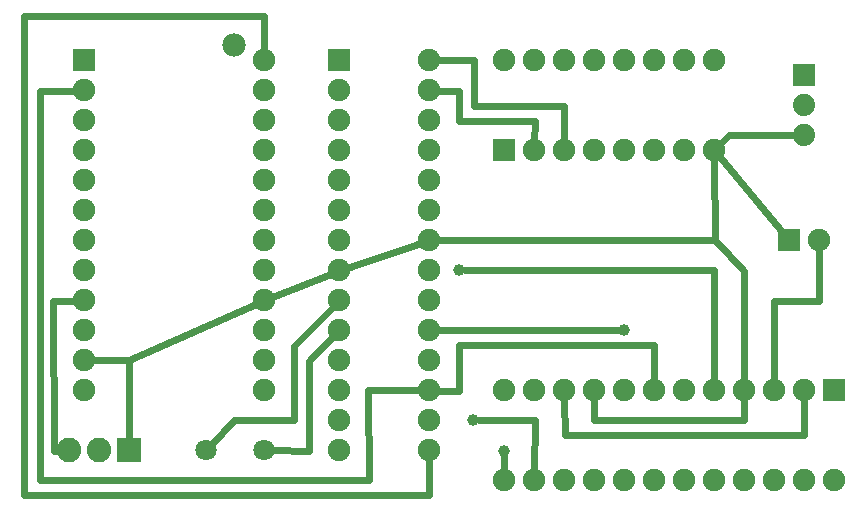
<source format=gtl>
G04 MADE WITH FRITZING*
G04 WWW.FRITZING.ORG*
G04 DOUBLE SIDED*
G04 HOLES PLATED*
G04 CONTOUR ON CENTER OF CONTOUR VECTOR*
%ASAXBY*%
%FSLAX23Y23*%
%MOIN*%
%OFA0B0*%
%SFA1.0B1.0*%
%ADD10C,0.074000*%
%ADD11C,0.075000*%
%ADD12C,0.039370*%
%ADD13C,0.082000*%
%ADD14C,0.070925*%
%ADD15C,0.070866*%
%ADD16C,0.078000*%
%ADD17R,0.075000X0.075000*%
%ADD18R,0.082000X0.082000*%
%ADD19C,0.024000*%
%ADD20R,0.001000X0.001000*%
%LNCOPPER1*%
G90*
G70*
G54D10*
X2633Y1418D03*
X2633Y1318D03*
X2633Y1218D03*
X2633Y1418D03*
X2633Y1318D03*
X2633Y1218D03*
G54D11*
X2583Y868D03*
X2683Y868D03*
G54D12*
X1531Y269D03*
X1633Y167D03*
X2033Y568D03*
X1483Y768D03*
G54D11*
X2733Y368D03*
X2733Y68D03*
X2633Y368D03*
X2633Y68D03*
X2533Y368D03*
X2533Y68D03*
X2433Y368D03*
X2433Y68D03*
X2333Y368D03*
X2333Y68D03*
X2233Y368D03*
X2233Y68D03*
X2133Y368D03*
X2133Y68D03*
X2033Y368D03*
X2033Y68D03*
X1933Y368D03*
X1933Y68D03*
X1833Y368D03*
X1833Y68D03*
X1733Y368D03*
X1733Y68D03*
X1633Y368D03*
X1633Y68D03*
X1083Y1468D03*
X1383Y1468D03*
X1083Y1368D03*
X1383Y1368D03*
X1083Y1268D03*
X1383Y1268D03*
X1083Y1168D03*
X1383Y1168D03*
X1083Y1068D03*
X1383Y1068D03*
X1083Y968D03*
X1383Y968D03*
X1083Y868D03*
X1383Y868D03*
X1083Y768D03*
X1383Y768D03*
X1083Y668D03*
X1383Y668D03*
X1083Y568D03*
X1383Y568D03*
X1083Y468D03*
X1383Y468D03*
X1083Y368D03*
X1383Y368D03*
X1083Y268D03*
X1383Y268D03*
X1083Y168D03*
X1383Y168D03*
X233Y1468D03*
X833Y1468D03*
X233Y1368D03*
X833Y1368D03*
X233Y1268D03*
X833Y1268D03*
X233Y1168D03*
X833Y1168D03*
X233Y1068D03*
X833Y1068D03*
X233Y968D03*
X833Y968D03*
X233Y868D03*
X833Y868D03*
X233Y768D03*
X833Y768D03*
X233Y668D03*
X833Y668D03*
X233Y568D03*
X833Y568D03*
X233Y468D03*
X833Y468D03*
X233Y368D03*
X833Y368D03*
G54D13*
X383Y168D03*
X283Y168D03*
X183Y168D03*
G54D14*
X640Y168D03*
G54D15*
X833Y168D03*
G54D11*
X1633Y1168D03*
X1633Y1468D03*
X1733Y1168D03*
X1733Y1468D03*
X1833Y1168D03*
X1833Y1468D03*
X1933Y1168D03*
X1933Y1468D03*
X2033Y1168D03*
X2033Y1468D03*
X2133Y1168D03*
X2133Y1468D03*
X2233Y1168D03*
X2233Y1468D03*
X2333Y1168D03*
X2333Y1468D03*
G54D16*
X733Y1518D03*
G54D17*
X2583Y868D03*
X2733Y368D03*
X1083Y1468D03*
X233Y1468D03*
G54D18*
X383Y168D03*
G54D17*
X1633Y1168D03*
G54D19*
X2533Y666D02*
X2533Y396D01*
D02*
X2682Y666D02*
X2533Y666D01*
D02*
X2683Y839D02*
X2682Y666D01*
D02*
X2352Y1146D02*
X2565Y890D01*
D02*
X2432Y268D02*
X2433Y339D01*
D02*
X2632Y220D02*
X1835Y220D01*
D02*
X1835Y220D02*
X1834Y339D01*
D02*
X2633Y339D02*
X2632Y220D01*
D02*
X1933Y268D02*
X2432Y268D01*
D02*
X1933Y339D02*
X1933Y268D01*
D02*
X2384Y1218D02*
X2602Y1218D01*
D02*
X2353Y1188D02*
X2384Y1218D01*
D02*
X2432Y767D02*
X2433Y396D01*
D02*
X2335Y869D02*
X2432Y767D01*
D02*
X2332Y769D02*
X2333Y396D01*
D02*
X1502Y768D02*
X2332Y769D01*
D02*
X1735Y269D02*
X1733Y96D01*
D02*
X1550Y269D02*
X1735Y269D01*
D02*
X1633Y148D02*
X1633Y96D01*
D02*
X1484Y366D02*
X1412Y367D01*
D02*
X1484Y519D02*
X1484Y366D01*
D02*
X2133Y519D02*
X1484Y519D01*
D02*
X2133Y396D02*
X2133Y519D01*
D02*
X1412Y568D02*
X2014Y568D01*
D02*
X1484Y1267D02*
X1735Y1267D01*
D02*
X1735Y1267D02*
X1734Y1196D01*
D02*
X1484Y1366D02*
X1484Y1267D01*
D02*
X1412Y1367D02*
X1484Y1366D01*
D02*
X1533Y1469D02*
X1533Y1317D01*
D02*
X1533Y1317D02*
X1833Y1317D01*
D02*
X1833Y1317D02*
X1833Y1196D01*
D02*
X1412Y1468D02*
X1533Y1469D01*
D02*
X205Y667D02*
X131Y666D01*
D02*
X383Y200D02*
X382Y468D01*
D02*
X860Y678D02*
X1057Y757D01*
D02*
X1382Y18D02*
X34Y18D01*
D02*
X1383Y139D02*
X1382Y18D01*
D02*
X34Y1617D02*
X833Y1616D01*
D02*
X34Y18D02*
X34Y1617D01*
D02*
X833Y1616D02*
X833Y1496D01*
D02*
X1181Y368D02*
X1183Y69D01*
D02*
X85Y69D02*
X85Y1367D01*
D02*
X1355Y368D02*
X1181Y368D01*
D02*
X85Y1367D02*
X205Y1367D01*
D02*
X1356Y859D02*
X1110Y777D01*
D02*
X262Y468D02*
X382Y468D01*
D02*
X933Y517D02*
X1063Y647D01*
D02*
X932Y268D02*
X933Y517D01*
D02*
X733Y268D02*
X932Y268D01*
D02*
X658Y187D02*
X733Y268D01*
D02*
X984Y167D02*
X982Y467D01*
D02*
X860Y168D02*
X984Y167D01*
D02*
X982Y467D02*
X1063Y548D01*
D02*
X1183Y69D02*
X85Y69D01*
D02*
X132Y167D02*
X151Y167D01*
D02*
X131Y666D02*
X132Y167D01*
D02*
X382Y468D02*
X262Y468D01*
D02*
X382Y468D02*
X807Y656D01*
D02*
X2335Y869D02*
X2333Y1139D01*
D02*
X1412Y868D02*
X2335Y869D01*
G54D20*
X2596Y1455D02*
X2669Y1455D01*
X2596Y1454D02*
X2669Y1454D01*
X2596Y1453D02*
X2669Y1453D01*
X2596Y1452D02*
X2669Y1452D01*
X2596Y1451D02*
X2669Y1451D01*
X2596Y1450D02*
X2669Y1450D01*
X2596Y1449D02*
X2669Y1449D01*
X2596Y1448D02*
X2669Y1448D01*
X2596Y1447D02*
X2669Y1447D01*
X2596Y1446D02*
X2669Y1446D01*
X2596Y1445D02*
X2669Y1445D01*
X2596Y1444D02*
X2669Y1444D01*
X2596Y1443D02*
X2669Y1443D01*
X2596Y1442D02*
X2669Y1442D01*
X2596Y1441D02*
X2669Y1441D01*
X2596Y1440D02*
X2669Y1440D01*
X2596Y1439D02*
X2669Y1439D01*
X2596Y1438D02*
X2628Y1438D01*
X2637Y1438D02*
X2669Y1438D01*
X2596Y1437D02*
X2625Y1437D01*
X2640Y1437D02*
X2669Y1437D01*
X2596Y1436D02*
X2622Y1436D01*
X2642Y1436D02*
X2669Y1436D01*
X2596Y1435D02*
X2621Y1435D01*
X2644Y1435D02*
X2669Y1435D01*
X2596Y1434D02*
X2619Y1434D01*
X2645Y1434D02*
X2669Y1434D01*
X2596Y1433D02*
X2618Y1433D01*
X2647Y1433D02*
X2669Y1433D01*
X2596Y1432D02*
X2617Y1432D01*
X2648Y1432D02*
X2669Y1432D01*
X2596Y1431D02*
X2616Y1431D01*
X2648Y1431D02*
X2669Y1431D01*
X2596Y1430D02*
X2616Y1430D01*
X2649Y1430D02*
X2669Y1430D01*
X2596Y1429D02*
X2615Y1429D01*
X2650Y1429D02*
X2669Y1429D01*
X2596Y1428D02*
X2614Y1428D01*
X2650Y1428D02*
X2669Y1428D01*
X2596Y1427D02*
X2614Y1427D01*
X2651Y1427D02*
X2669Y1427D01*
X2596Y1426D02*
X2613Y1426D01*
X2651Y1426D02*
X2669Y1426D01*
X2596Y1425D02*
X2613Y1425D01*
X2652Y1425D02*
X2669Y1425D01*
X2596Y1424D02*
X2613Y1424D01*
X2652Y1424D02*
X2669Y1424D01*
X2596Y1423D02*
X2612Y1423D01*
X2652Y1423D02*
X2669Y1423D01*
X2596Y1422D02*
X2612Y1422D01*
X2653Y1422D02*
X2669Y1422D01*
X2596Y1421D02*
X2612Y1421D01*
X2653Y1421D02*
X2669Y1421D01*
X2596Y1420D02*
X2612Y1420D01*
X2653Y1420D02*
X2669Y1420D01*
X2596Y1419D02*
X2612Y1419D01*
X2653Y1419D02*
X2669Y1419D01*
X2596Y1418D02*
X2612Y1418D01*
X2653Y1418D02*
X2669Y1418D01*
X2596Y1417D02*
X2612Y1417D01*
X2653Y1417D02*
X2669Y1417D01*
X2596Y1416D02*
X2612Y1416D01*
X2653Y1416D02*
X2669Y1416D01*
X2596Y1415D02*
X2612Y1415D01*
X2653Y1415D02*
X2669Y1415D01*
X2596Y1414D02*
X2612Y1414D01*
X2652Y1414D02*
X2669Y1414D01*
X2596Y1413D02*
X2613Y1413D01*
X2652Y1413D02*
X2669Y1413D01*
X2596Y1412D02*
X2613Y1412D01*
X2652Y1412D02*
X2669Y1412D01*
X2596Y1411D02*
X2613Y1411D01*
X2651Y1411D02*
X2669Y1411D01*
X2596Y1410D02*
X2614Y1410D01*
X2651Y1410D02*
X2669Y1410D01*
X2596Y1409D02*
X2614Y1409D01*
X2651Y1409D02*
X2669Y1409D01*
X2596Y1408D02*
X2615Y1408D01*
X2650Y1408D02*
X2669Y1408D01*
X2596Y1407D02*
X2616Y1407D01*
X2649Y1407D02*
X2669Y1407D01*
X2596Y1406D02*
X2616Y1406D01*
X2649Y1406D02*
X2669Y1406D01*
X2596Y1405D02*
X2617Y1405D01*
X2648Y1405D02*
X2669Y1405D01*
X2596Y1404D02*
X2618Y1404D01*
X2647Y1404D02*
X2669Y1404D01*
X2596Y1403D02*
X2619Y1403D01*
X2646Y1403D02*
X2669Y1403D01*
X2596Y1402D02*
X2621Y1402D01*
X2644Y1402D02*
X2669Y1402D01*
X2596Y1401D02*
X2622Y1401D01*
X2643Y1401D02*
X2669Y1401D01*
X2596Y1400D02*
X2624Y1400D01*
X2641Y1400D02*
X2669Y1400D01*
X2596Y1399D02*
X2627Y1399D01*
X2638Y1399D02*
X2669Y1399D01*
X2596Y1398D02*
X2669Y1398D01*
X2596Y1397D02*
X2669Y1397D01*
X2596Y1396D02*
X2669Y1396D01*
X2596Y1395D02*
X2669Y1395D01*
X2596Y1394D02*
X2669Y1394D01*
X2596Y1393D02*
X2669Y1393D01*
X2596Y1392D02*
X2669Y1392D01*
X2596Y1391D02*
X2669Y1391D01*
X2596Y1390D02*
X2669Y1390D01*
X2596Y1389D02*
X2669Y1389D01*
X2596Y1388D02*
X2669Y1388D01*
X2596Y1387D02*
X2669Y1387D01*
X2596Y1386D02*
X2669Y1386D01*
X2596Y1385D02*
X2669Y1385D01*
X2596Y1384D02*
X2669Y1384D01*
X2596Y1383D02*
X2669Y1383D01*
X2596Y1382D02*
X2669Y1382D01*
D02*
G04 End of Copper1*
M02*
</source>
